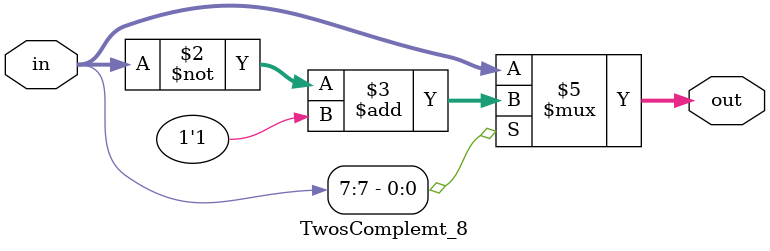
<source format=v>
`timescale 1ns / 1ps


module TwosComplemt_8(input wire [7:0] in,output reg [7:0] out );
always @(*) begin
    if (in[7]) // Check if MSB is 1
        out = ~in + 1'b1; // Two's complement: bitwise NOT + 1
    else
        out = in; // If MSB is not 1, output same number
end
endmodule

</source>
